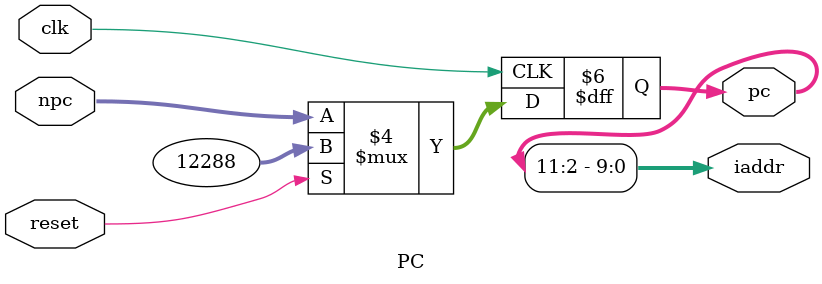
<source format=v>
`timescale 1ns / 1ps
module PC(
    input [31:0] npc,
    input clk,
    input reset,
	 output [11:2] iaddr,
    output reg [31:0] pc
    );
	 
	 assign iaddr=pc[11:2];
	 initial begin
		pc<=32'h0000_3000;
	 end
	 always@(posedge clk)begin
		if(reset)begin
			pc<=32'h0000_3000;
		end
		else begin
			pc<=npc;
		end
	 end

endmodule

</source>
